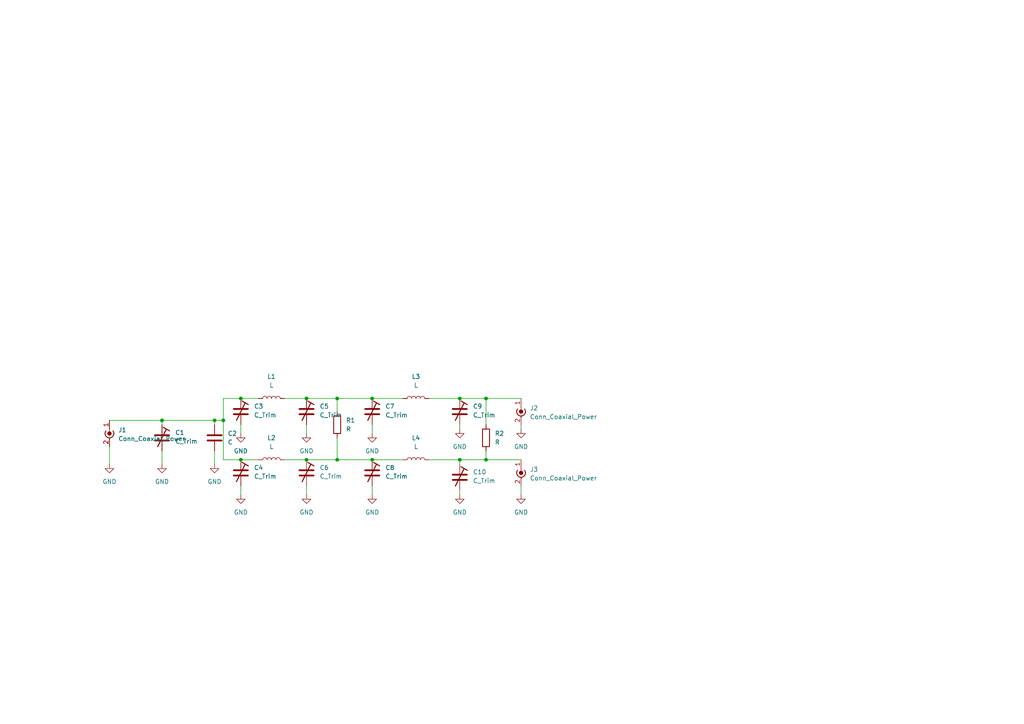
<source format=kicad_sch>
(kicad_sch (version 20211123) (generator eeschema)

  (uuid e63e39d7-6ac0-4ffd-8aa3-1841a4541b55)

  (paper "A4")

  (lib_symbols
    (symbol "Connector:Conn_Coaxial_Power" (pin_names (offset 1.016) hide) (in_bom yes) (on_board yes)
      (property "Reference" "J" (id 0) (at -5.08 -1.27 90)
        (effects (font (size 1.27 1.27)))
      )
      (property "Value" "Conn_Coaxial_Power" (id 1) (at -3.175 -1.27 90)
        (effects (font (size 1.27 1.27)))
      )
      (property "Footprint" "" (id 2) (at 0 -1.27 0)
        (effects (font (size 1.27 1.27)) hide)
      )
      (property "Datasheet" "~" (id 3) (at 0 -1.27 0)
        (effects (font (size 1.27 1.27)) hide)
      )
      (property "ki_keywords" "BNC SMA SMB SMC LEMO coaxial connector CINCH RCA" (id 4) (at 0 0 0)
        (effects (font (size 1.27 1.27)) hide)
      )
      (property "ki_description" "coaxial connector (BNC, SMA, SMB, SMC, Cinch/RCA, LEMO, ...)" (id 5) (at 0 0 0)
        (effects (font (size 1.27 1.27)) hide)
      )
      (property "ki_fp_filters" "*BNC* *SMA* *SMB* *SMC* *Cinch* *LEMO*" (id 6) (at 0 0 0)
        (effects (font (size 1.27 1.27)) hide)
      )
      (symbol "Conn_Coaxial_Power_0_1"
        (arc (start -1.27 -1.27) (mid 0 -2.54) (end 1.27 -1.27)
          (stroke (width 0.254) (type default) (color 0 0 0 0))
          (fill (type none))
        )
        (arc (start -1.016 -0.508) (mid -1.2048 -0.8684) (end -1.27 -1.27)
          (stroke (width 0.254) (type default) (color 0 0 0 0))
          (fill (type none))
        )
        (circle (center 0 -1.27) (radius 0.508)
          (stroke (width 0.2032) (type default) (color 0 0 0 0))
          (fill (type outline))
        )
        (polyline
          (pts
            (xy 0 -2.54)
            (xy 0 -3.048)
          )
          (stroke (width 0) (type default) (color 0 0 0 0))
          (fill (type none))
        )
        (polyline
          (pts
            (xy 0 0)
            (xy 0 -1.27)
          )
          (stroke (width 0) (type default) (color 0 0 0 0))
          (fill (type none))
        )
        (arc (start 1.27 -1.27) (mid 1.2048 -0.8684) (end 1.016 -0.508)
          (stroke (width 0.254) (type default) (color 0 0 0 0))
          (fill (type none))
        )
      )
      (symbol "Conn_Coaxial_Power_1_1"
        (pin passive line (at 0 2.54 270) (length 2.54)
          (name "In" (effects (font (size 1.27 1.27))))
          (number "1" (effects (font (size 1.27 1.27))))
        )
        (pin passive line (at 0 -5.08 90) (length 2.54)
          (name "Ext" (effects (font (size 1.27 1.27))))
          (number "2" (effects (font (size 1.27 1.27))))
        )
      )
    )
    (symbol "Device:C" (pin_numbers hide) (pin_names (offset 0.254)) (in_bom yes) (on_board yes)
      (property "Reference" "C" (id 0) (at 0.635 2.54 0)
        (effects (font (size 1.27 1.27)) (justify left))
      )
      (property "Value" "C" (id 1) (at 0.635 -2.54 0)
        (effects (font (size 1.27 1.27)) (justify left))
      )
      (property "Footprint" "" (id 2) (at 0.9652 -3.81 0)
        (effects (font (size 1.27 1.27)) hide)
      )
      (property "Datasheet" "~" (id 3) (at 0 0 0)
        (effects (font (size 1.27 1.27)) hide)
      )
      (property "ki_keywords" "cap capacitor" (id 4) (at 0 0 0)
        (effects (font (size 1.27 1.27)) hide)
      )
      (property "ki_description" "Unpolarized capacitor" (id 5) (at 0 0 0)
        (effects (font (size 1.27 1.27)) hide)
      )
      (property "ki_fp_filters" "C_*" (id 6) (at 0 0 0)
        (effects (font (size 1.27 1.27)) hide)
      )
      (symbol "C_0_1"
        (polyline
          (pts
            (xy -2.032 -0.762)
            (xy 2.032 -0.762)
          )
          (stroke (width 0.508) (type default) (color 0 0 0 0))
          (fill (type none))
        )
        (polyline
          (pts
            (xy -2.032 0.762)
            (xy 2.032 0.762)
          )
          (stroke (width 0.508) (type default) (color 0 0 0 0))
          (fill (type none))
        )
      )
      (symbol "C_1_1"
        (pin passive line (at 0 3.81 270) (length 2.794)
          (name "~" (effects (font (size 1.27 1.27))))
          (number "1" (effects (font (size 1.27 1.27))))
        )
        (pin passive line (at 0 -3.81 90) (length 2.794)
          (name "~" (effects (font (size 1.27 1.27))))
          (number "2" (effects (font (size 1.27 1.27))))
        )
      )
    )
    (symbol "Device:C_Trim" (pin_numbers hide) (pin_names (offset 0.254) hide) (in_bom yes) (on_board yes)
      (property "Reference" "C" (id 0) (at 1.524 -2.032 0)
        (effects (font (size 1.27 1.27)))
      )
      (property "Value" "C_Trim" (id 1) (at 3.048 -3.556 0)
        (effects (font (size 1.27 1.27)))
      )
      (property "Footprint" "" (id 2) (at 0 0 0)
        (effects (font (size 1.27 1.27)) hide)
      )
      (property "Datasheet" "~" (id 3) (at 0 0 0)
        (effects (font (size 1.27 1.27)) hide)
      )
      (property "ki_keywords" "trimmer variable capacitor" (id 4) (at 0 0 0)
        (effects (font (size 1.27 1.27)) hide)
      )
      (property "ki_description" "Trimmable capacitor" (id 5) (at 0 0 0)
        (effects (font (size 1.27 1.27)) hide)
      )
      (symbol "C_Trim_0_1"
        (polyline
          (pts
            (xy -2.032 -0.762)
            (xy 2.032 -0.762)
          )
          (stroke (width 0.508) (type default) (color 0 0 0 0))
          (fill (type none))
        )
        (polyline
          (pts
            (xy -2.032 0.762)
            (xy 2.032 0.762)
          )
          (stroke (width 0.508) (type default) (color 0 0 0 0))
          (fill (type none))
        )
        (polyline
          (pts
            (xy 1.27 2.54)
            (xy -1.27 -2.54)
          )
          (stroke (width 0.3048) (type default) (color 0 0 0 0))
          (fill (type none))
        )
        (polyline
          (pts
            (xy 1.27 2.54)
            (xy 0.381 3.048)
          )
          (stroke (width 0.3048) (type default) (color 0 0 0 0))
          (fill (type none))
        )
        (polyline
          (pts
            (xy 1.27 2.54)
            (xy 2.159 2.032)
          )
          (stroke (width 0.3048) (type default) (color 0 0 0 0))
          (fill (type none))
        )
      )
      (symbol "C_Trim_1_1"
        (pin passive line (at 0 3.81 270) (length 3.048)
          (name "~" (effects (font (size 1.27 1.27))))
          (number "1" (effects (font (size 1.27 1.27))))
        )
        (pin passive line (at 0 -3.81 90) (length 3.048)
          (name "~" (effects (font (size 1.27 1.27))))
          (number "2" (effects (font (size 1.27 1.27))))
        )
      )
    )
    (symbol "Device:L" (pin_numbers hide) (pin_names (offset 1.016) hide) (in_bom yes) (on_board yes)
      (property "Reference" "L" (id 0) (at -1.27 0 90)
        (effects (font (size 1.27 1.27)))
      )
      (property "Value" "L" (id 1) (at 1.905 0 90)
        (effects (font (size 1.27 1.27)))
      )
      (property "Footprint" "" (id 2) (at 0 0 0)
        (effects (font (size 1.27 1.27)) hide)
      )
      (property "Datasheet" "~" (id 3) (at 0 0 0)
        (effects (font (size 1.27 1.27)) hide)
      )
      (property "ki_keywords" "inductor choke coil reactor magnetic" (id 4) (at 0 0 0)
        (effects (font (size 1.27 1.27)) hide)
      )
      (property "ki_description" "Inductor" (id 5) (at 0 0 0)
        (effects (font (size 1.27 1.27)) hide)
      )
      (property "ki_fp_filters" "Choke_* *Coil* Inductor_* L_*" (id 6) (at 0 0 0)
        (effects (font (size 1.27 1.27)) hide)
      )
      (symbol "L_0_1"
        (arc (start 0 -2.54) (mid 0.635 -1.905) (end 0 -1.27)
          (stroke (width 0) (type default) (color 0 0 0 0))
          (fill (type none))
        )
        (arc (start 0 -1.27) (mid 0.635 -0.635) (end 0 0)
          (stroke (width 0) (type default) (color 0 0 0 0))
          (fill (type none))
        )
        (arc (start 0 0) (mid 0.635 0.635) (end 0 1.27)
          (stroke (width 0) (type default) (color 0 0 0 0))
          (fill (type none))
        )
        (arc (start 0 1.27) (mid 0.635 1.905) (end 0 2.54)
          (stroke (width 0) (type default) (color 0 0 0 0))
          (fill (type none))
        )
      )
      (symbol "L_1_1"
        (pin passive line (at 0 3.81 270) (length 1.27)
          (name "1" (effects (font (size 1.27 1.27))))
          (number "1" (effects (font (size 1.27 1.27))))
        )
        (pin passive line (at 0 -3.81 90) (length 1.27)
          (name "2" (effects (font (size 1.27 1.27))))
          (number "2" (effects (font (size 1.27 1.27))))
        )
      )
    )
    (symbol "Device:R" (pin_numbers hide) (pin_names (offset 0)) (in_bom yes) (on_board yes)
      (property "Reference" "R" (id 0) (at 2.032 0 90)
        (effects (font (size 1.27 1.27)))
      )
      (property "Value" "R" (id 1) (at 0 0 90)
        (effects (font (size 1.27 1.27)))
      )
      (property "Footprint" "" (id 2) (at -1.778 0 90)
        (effects (font (size 1.27 1.27)) hide)
      )
      (property "Datasheet" "~" (id 3) (at 0 0 0)
        (effects (font (size 1.27 1.27)) hide)
      )
      (property "ki_keywords" "R res resistor" (id 4) (at 0 0 0)
        (effects (font (size 1.27 1.27)) hide)
      )
      (property "ki_description" "Resistor" (id 5) (at 0 0 0)
        (effects (font (size 1.27 1.27)) hide)
      )
      (property "ki_fp_filters" "R_*" (id 6) (at 0 0 0)
        (effects (font (size 1.27 1.27)) hide)
      )
      (symbol "R_0_1"
        (rectangle (start -1.016 -2.54) (end 1.016 2.54)
          (stroke (width 0.254) (type default) (color 0 0 0 0))
          (fill (type none))
        )
      )
      (symbol "R_1_1"
        (pin passive line (at 0 3.81 270) (length 1.27)
          (name "~" (effects (font (size 1.27 1.27))))
          (number "1" (effects (font (size 1.27 1.27))))
        )
        (pin passive line (at 0 -3.81 90) (length 1.27)
          (name "~" (effects (font (size 1.27 1.27))))
          (number "2" (effects (font (size 1.27 1.27))))
        )
      )
    )
    (symbol "power:GND" (power) (pin_names (offset 0)) (in_bom yes) (on_board yes)
      (property "Reference" "#PWR" (id 0) (at 0 -6.35 0)
        (effects (font (size 1.27 1.27)) hide)
      )
      (property "Value" "GND" (id 1) (at 0 -3.81 0)
        (effects (font (size 1.27 1.27)))
      )
      (property "Footprint" "" (id 2) (at 0 0 0)
        (effects (font (size 1.27 1.27)) hide)
      )
      (property "Datasheet" "" (id 3) (at 0 0 0)
        (effects (font (size 1.27 1.27)) hide)
      )
      (property "ki_keywords" "power-flag" (id 4) (at 0 0 0)
        (effects (font (size 1.27 1.27)) hide)
      )
      (property "ki_description" "Power symbol creates a global label with name \"GND\" , ground" (id 5) (at 0 0 0)
        (effects (font (size 1.27 1.27)) hide)
      )
      (symbol "GND_0_1"
        (polyline
          (pts
            (xy 0 0)
            (xy 0 -1.27)
            (xy 1.27 -1.27)
            (xy 0 -2.54)
            (xy -1.27 -1.27)
            (xy 0 -1.27)
          )
          (stroke (width 0) (type default) (color 0 0 0 0))
          (fill (type none))
        )
      )
      (symbol "GND_1_1"
        (pin power_in line (at 0 0 270) (length 0) hide
          (name "GND" (effects (font (size 1.27 1.27))))
          (number "1" (effects (font (size 1.27 1.27))))
        )
      )
    )
  )

  (junction (at 140.97 133.35) (diameter 0) (color 0 0 0 0)
    (uuid 043bc078-0fcc-45bc-a9d8-52de29afb8ca)
  )
  (junction (at 88.9 133.35) (diameter 0) (color 0 0 0 0)
    (uuid 32e7065a-91f9-46fd-8ef1-738fb994429d)
  )
  (junction (at 88.9 115.57) (diameter 0) (color 0 0 0 0)
    (uuid 432d960b-6637-4fd0-91fa-3db7aaaf03ce)
  )
  (junction (at 107.95 115.57) (diameter 0) (color 0 0 0 0)
    (uuid 4e611060-ecb5-4394-9934-8e651f81f5e1)
  )
  (junction (at 133.35 133.35) (diameter 0) (color 0 0 0 0)
    (uuid 56724f26-f4cf-464b-9143-b77def88250c)
  )
  (junction (at 46.99 121.92) (diameter 0) (color 0 0 0 0)
    (uuid 5a2b9a80-1981-43aa-8a62-c78972ed8ccc)
  )
  (junction (at 133.35 115.57) (diameter 0) (color 0 0 0 0)
    (uuid 61b56c77-c22c-4c88-b331-75db4a05fcae)
  )
  (junction (at 62.23 121.92) (diameter 0) (color 0 0 0 0)
    (uuid 89b3a4ca-5d11-4d82-b97d-60db7fb44857)
  )
  (junction (at 97.79 115.57) (diameter 0) (color 0 0 0 0)
    (uuid 8e3f073f-af7a-488c-bd9a-5d0c797679fa)
  )
  (junction (at 97.79 133.35) (diameter 0) (color 0 0 0 0)
    (uuid 983cce2b-4738-4303-b889-d3da643a430a)
  )
  (junction (at 140.97 115.57) (diameter 0) (color 0 0 0 0)
    (uuid c659e911-5621-4977-a5ff-25a0bc39cffe)
  )
  (junction (at 69.85 133.35) (diameter 0) (color 0 0 0 0)
    (uuid cd8db4d3-d461-417e-a8b2-2a80d431bf2c)
  )
  (junction (at 69.85 115.57) (diameter 0) (color 0 0 0 0)
    (uuid dfca666c-1b5d-4937-a3b2-94a3f6bca998)
  )
  (junction (at 64.77 121.92) (diameter 0) (color 0 0 0 0)
    (uuid e58e2829-a416-43eb-849c-6992cd49204e)
  )
  (junction (at 107.95 133.35) (diameter 0) (color 0 0 0 0)
    (uuid f22f35f5-eb6a-4e8b-8599-74eab1bad92a)
  )

  (wire (pts (xy 46.99 121.92) (xy 46.99 123.19))
    (stroke (width 0) (type default) (color 0 0 0 0))
    (uuid 009d4c5e-f5cd-4e8b-afc7-cd27ba3152c7)
  )
  (wire (pts (xy 62.23 130.81) (xy 62.23 134.62))
    (stroke (width 0) (type default) (color 0 0 0 0))
    (uuid 0a2b1ea6-3602-4602-af58-8074d4332f43)
  )
  (wire (pts (xy 124.46 115.57) (xy 133.35 115.57))
    (stroke (width 0) (type default) (color 0 0 0 0))
    (uuid 0a70bd0b-36c5-4375-bf1e-bbb10c87148e)
  )
  (wire (pts (xy 69.85 115.57) (xy 74.93 115.57))
    (stroke (width 0) (type default) (color 0 0 0 0))
    (uuid 0fda3e0e-18f2-4998-9ee9-e9ae28425d2f)
  )
  (wire (pts (xy 82.55 133.35) (xy 88.9 133.35))
    (stroke (width 0) (type default) (color 0 0 0 0))
    (uuid 121d3f26-18c7-44c5-bc5d-d20cc3d198cf)
  )
  (wire (pts (xy 151.13 123.19) (xy 151.13 124.46))
    (stroke (width 0) (type default) (color 0 0 0 0))
    (uuid 171f3fea-a3a0-425b-ab09-ff10f92abf67)
  )
  (wire (pts (xy 88.9 140.97) (xy 88.9 143.51))
    (stroke (width 0) (type default) (color 0 0 0 0))
    (uuid 24e2a7c6-04d5-4826-b10f-898baad7cabc)
  )
  (wire (pts (xy 107.95 133.35) (xy 116.84 133.35))
    (stroke (width 0) (type default) (color 0 0 0 0))
    (uuid 26902e75-47c6-4b77-86f1-6de970807284)
  )
  (wire (pts (xy 151.13 140.97) (xy 151.13 143.51))
    (stroke (width 0) (type default) (color 0 0 0 0))
    (uuid 27aa3e02-693f-43bf-bb84-bcaf5fda968a)
  )
  (wire (pts (xy 64.77 121.92) (xy 64.77 115.57))
    (stroke (width 0) (type default) (color 0 0 0 0))
    (uuid 325cf2a4-77b2-46b4-a4a2-ceda54060c78)
  )
  (wire (pts (xy 133.35 123.19) (xy 133.35 124.46))
    (stroke (width 0) (type default) (color 0 0 0 0))
    (uuid 366a1d57-51eb-4e89-a47c-3b84d5fe54e4)
  )
  (wire (pts (xy 31.75 121.92) (xy 46.99 121.92))
    (stroke (width 0) (type default) (color 0 0 0 0))
    (uuid 48561b8f-af53-4010-812e-90651d9f570c)
  )
  (wire (pts (xy 97.79 133.35) (xy 97.79 127))
    (stroke (width 0) (type default) (color 0 0 0 0))
    (uuid 4b4e0bec-3400-436b-b221-8bfef3b8107d)
  )
  (wire (pts (xy 97.79 115.57) (xy 97.79 119.38))
    (stroke (width 0) (type default) (color 0 0 0 0))
    (uuid 4e810672-5695-4692-b44a-a831bcd0d5aa)
  )
  (wire (pts (xy 64.77 133.35) (xy 69.85 133.35))
    (stroke (width 0) (type default) (color 0 0 0 0))
    (uuid 4fcde239-ce13-458e-ba77-64e46beec488)
  )
  (wire (pts (xy 69.85 140.97) (xy 69.85 143.51))
    (stroke (width 0) (type default) (color 0 0 0 0))
    (uuid 59a5f493-4fae-473d-b4ce-406a27d09ede)
  )
  (wire (pts (xy 133.35 142.24) (xy 133.35 143.51))
    (stroke (width 0) (type default) (color 0 0 0 0))
    (uuid 5ac67806-5f70-4e48-9feb-3092eac1404d)
  )
  (wire (pts (xy 46.99 130.81) (xy 46.99 134.62))
    (stroke (width 0) (type default) (color 0 0 0 0))
    (uuid 638b2ac1-9750-45e3-8514-9ed226781c05)
  )
  (wire (pts (xy 140.97 130.81) (xy 140.97 133.35))
    (stroke (width 0) (type default) (color 0 0 0 0))
    (uuid 673cfeae-8994-4367-8c20-12cd788ad443)
  )
  (wire (pts (xy 107.95 123.19) (xy 107.95 125.73))
    (stroke (width 0) (type default) (color 0 0 0 0))
    (uuid 6dbb7a7c-0c96-4d7d-afec-f7d93e77e728)
  )
  (wire (pts (xy 140.97 115.57) (xy 151.13 115.57))
    (stroke (width 0) (type default) (color 0 0 0 0))
    (uuid 713b97ca-d28e-4753-9b1b-60a18dd22cd6)
  )
  (wire (pts (xy 140.97 133.35) (xy 151.13 133.35))
    (stroke (width 0) (type default) (color 0 0 0 0))
    (uuid 781ddbdf-6875-4c17-8ca9-17309aec1213)
  )
  (wire (pts (xy 88.9 115.57) (xy 97.79 115.57))
    (stroke (width 0) (type default) (color 0 0 0 0))
    (uuid 7ab95859-ffa3-4d44-a4c0-7ecfe8cda1e4)
  )
  (wire (pts (xy 107.95 140.97) (xy 107.95 143.51))
    (stroke (width 0) (type default) (color 0 0 0 0))
    (uuid 7ae751d1-c08f-418a-9f51-1f7a113cfc58)
  )
  (wire (pts (xy 31.75 129.54) (xy 31.75 134.62))
    (stroke (width 0) (type default) (color 0 0 0 0))
    (uuid 7d1a0c63-81b5-447e-940d-a2a52629b5db)
  )
  (wire (pts (xy 64.77 121.92) (xy 64.77 133.35))
    (stroke (width 0) (type default) (color 0 0 0 0))
    (uuid 84d53a31-60b9-45b0-810f-f584c3df8e91)
  )
  (wire (pts (xy 88.9 123.19) (xy 88.9 125.73))
    (stroke (width 0) (type default) (color 0 0 0 0))
    (uuid 916d0db0-cf8b-4ce1-998d-347122b67f96)
  )
  (wire (pts (xy 97.79 133.35) (xy 107.95 133.35))
    (stroke (width 0) (type default) (color 0 0 0 0))
    (uuid 9cc834b5-0d20-4eb2-8241-354ca4a5adfc)
  )
  (wire (pts (xy 107.95 115.57) (xy 116.84 115.57))
    (stroke (width 0) (type default) (color 0 0 0 0))
    (uuid a16aab3b-c025-4504-9825-9051b2617b2c)
  )
  (wire (pts (xy 82.55 115.57) (xy 88.9 115.57))
    (stroke (width 0) (type default) (color 0 0 0 0))
    (uuid a7fa668c-e23c-46ab-a619-decf446802c9)
  )
  (wire (pts (xy 97.79 115.57) (xy 107.95 115.57))
    (stroke (width 0) (type default) (color 0 0 0 0))
    (uuid a976ca0e-0425-422a-8966-6555765e1ef4)
  )
  (wire (pts (xy 46.99 121.92) (xy 62.23 121.92))
    (stroke (width 0) (type default) (color 0 0 0 0))
    (uuid b082c799-204a-4d88-9d29-5bf8772e9334)
  )
  (wire (pts (xy 140.97 115.57) (xy 140.97 123.19))
    (stroke (width 0) (type default) (color 0 0 0 0))
    (uuid b1044d18-15d1-4212-bf78-40aaaaf40203)
  )
  (wire (pts (xy 64.77 115.57) (xy 69.85 115.57))
    (stroke (width 0) (type default) (color 0 0 0 0))
    (uuid b2520536-ec63-4251-a595-46c4c9812cba)
  )
  (wire (pts (xy 88.9 133.35) (xy 97.79 133.35))
    (stroke (width 0) (type default) (color 0 0 0 0))
    (uuid c1c71016-2454-4692-9956-267caf849550)
  )
  (wire (pts (xy 133.35 133.35) (xy 140.97 133.35))
    (stroke (width 0) (type default) (color 0 0 0 0))
    (uuid c6de6f2b-16ad-465a-82cc-f8f77ccee6ba)
  )
  (wire (pts (xy 133.35 115.57) (xy 140.97 115.57))
    (stroke (width 0) (type default) (color 0 0 0 0))
    (uuid d2f1fac6-4b3d-4322-b9e2-ffeebef11f09)
  )
  (wire (pts (xy 69.85 133.35) (xy 74.93 133.35))
    (stroke (width 0) (type default) (color 0 0 0 0))
    (uuid d3c3aa9d-84b4-487b-97f9-7649fada60b6)
  )
  (wire (pts (xy 133.35 133.35) (xy 133.35 134.62))
    (stroke (width 0) (type default) (color 0 0 0 0))
    (uuid d6046cae-5cd4-42df-a1e7-607c5ce7cc53)
  )
  (wire (pts (xy 62.23 121.92) (xy 62.23 123.19))
    (stroke (width 0) (type default) (color 0 0 0 0))
    (uuid de12e572-109d-4ada-8aaa-94756accf1e8)
  )
  (wire (pts (xy 124.46 133.35) (xy 133.35 133.35))
    (stroke (width 0) (type default) (color 0 0 0 0))
    (uuid de6f4a8a-f22a-48a5-9c0e-6945ac698a6c)
  )
  (wire (pts (xy 62.23 121.92) (xy 64.77 121.92))
    (stroke (width 0) (type default) (color 0 0 0 0))
    (uuid e75ada94-c3da-4d91-a6a5-cc73686664b5)
  )
  (wire (pts (xy 69.85 123.19) (xy 69.85 125.73))
    (stroke (width 0) (type default) (color 0 0 0 0))
    (uuid eae702f2-a3a5-4192-aff1-872732583904)
  )

  (symbol (lib_id "Device:L") (at 120.65 115.57 90) (unit 1)
    (in_bom yes) (on_board yes) (fields_autoplaced)
    (uuid 03211a11-3d36-4d74-95e1-74654f00e13b)
    (property "Reference" "L3" (id 0) (at 120.65 109.22 90))
    (property "Value" "L" (id 1) (at 120.65 111.76 90))
    (property "Footprint" "" (id 2) (at 120.65 115.57 0)
      (effects (font (size 1.27 1.27)) hide)
    )
    (property "Datasheet" "~" (id 3) (at 120.65 115.57 0)
      (effects (font (size 1.27 1.27)) hide)
    )
    (pin "1" (uuid 029257a5-fe0c-4e25-be19-a902495f5d25))
    (pin "2" (uuid ed9efe40-d3e3-4f43-a29b-f42692832cae))
  )

  (symbol (lib_id "Device:C") (at 62.23 127 0) (unit 1)
    (in_bom yes) (on_board yes) (fields_autoplaced)
    (uuid 07756cb7-21df-421d-ad3f-fe92ab64ed3b)
    (property "Reference" "C2" (id 0) (at 66.04 125.7299 0)
      (effects (font (size 1.27 1.27)) (justify left))
    )
    (property "Value" "" (id 1) (at 66.04 128.2699 0)
      (effects (font (size 1.27 1.27)) (justify left))
    )
    (property "Footprint" "" (id 2) (at 63.1952 130.81 0)
      (effects (font (size 1.27 1.27)) hide)
    )
    (property "Datasheet" "~" (id 3) (at 62.23 127 0)
      (effects (font (size 1.27 1.27)) hide)
    )
    (pin "1" (uuid 70645270-a353-43c4-be7f-6de4c43aab8b))
    (pin "2" (uuid 633327ee-5c92-4cdd-8991-349aa39eaddb))
  )

  (symbol (lib_id "Connector:Conn_Coaxial_Power") (at 31.75 124.46 0) (unit 1)
    (in_bom yes) (on_board yes) (fields_autoplaced)
    (uuid 22354d74-fedf-47b9-bba4-e231f6d5419b)
    (property "Reference" "J1" (id 0) (at 34.29 124.7139 0)
      (effects (font (size 1.27 1.27)) (justify left))
    )
    (property "Value" "" (id 1) (at 34.29 127.2539 0)
      (effects (font (size 1.27 1.27)) (justify left))
    )
    (property "Footprint" "" (id 2) (at 31.75 125.73 0)
      (effects (font (size 1.27 1.27)) hide)
    )
    (property "Datasheet" "~" (id 3) (at 31.75 125.73 0)
      (effects (font (size 1.27 1.27)) hide)
    )
    (pin "1" (uuid 806a96a0-6c07-4686-8bc4-aaeb857d9f64))
    (pin "2" (uuid f30474b6-939a-4383-a481-47bb6f302406))
  )

  (symbol (lib_id "power:GND") (at 151.13 124.46 0) (unit 1)
    (in_bom yes) (on_board yes) (fields_autoplaced)
    (uuid 2a63cdca-685f-44f5-8f7f-105cac8590ff)
    (property "Reference" "#PWR0102" (id 0) (at 151.13 130.81 0)
      (effects (font (size 1.27 1.27)) hide)
    )
    (property "Value" "GND" (id 1) (at 151.13 129.54 0))
    (property "Footprint" "" (id 2) (at 151.13 124.46 0)
      (effects (font (size 1.27 1.27)) hide)
    )
    (property "Datasheet" "" (id 3) (at 151.13 124.46 0)
      (effects (font (size 1.27 1.27)) hide)
    )
    (pin "1" (uuid b51bef67-1476-4279-af49-4299dc94fb77))
  )

  (symbol (lib_id "Device:R") (at 97.79 123.19 0) (unit 1)
    (in_bom yes) (on_board yes) (fields_autoplaced)
    (uuid 2ecef960-da4c-42cf-a72e-4a7cf3691990)
    (property "Reference" "R1" (id 0) (at 100.33 121.9199 0)
      (effects (font (size 1.27 1.27)) (justify left))
    )
    (property "Value" "" (id 1) (at 100.33 124.4599 0)
      (effects (font (size 1.27 1.27)) (justify left))
    )
    (property "Footprint" "" (id 2) (at 96.012 123.19 90)
      (effects (font (size 1.27 1.27)) hide)
    )
    (property "Datasheet" "~" (id 3) (at 97.79 123.19 0)
      (effects (font (size 1.27 1.27)) hide)
    )
    (pin "1" (uuid c03e62c1-05c2-4b1e-9966-090335bf09ba))
    (pin "2" (uuid 42589805-d870-4e5e-a7a4-a45895232563))
  )

  (symbol (lib_id "Device:L") (at 78.74 115.57 90) (unit 1)
    (in_bom yes) (on_board yes) (fields_autoplaced)
    (uuid 32a267be-7d09-4fc0-92b3-879ef08c2c00)
    (property "Reference" "L1" (id 0) (at 78.74 109.22 90))
    (property "Value" "" (id 1) (at 78.74 111.76 90))
    (property "Footprint" "" (id 2) (at 78.74 115.57 0)
      (effects (font (size 1.27 1.27)) hide)
    )
    (property "Datasheet" "~" (id 3) (at 78.74 115.57 0)
      (effects (font (size 1.27 1.27)) hide)
    )
    (pin "1" (uuid 546a90c2-0bff-46d3-8a2d-b116f051573d))
    (pin "2" (uuid 503ec6ae-e212-420c-8080-bbe801b6bc49))
  )

  (symbol (lib_id "power:GND") (at 69.85 143.51 0) (unit 1)
    (in_bom yes) (on_board yes) (fields_autoplaced)
    (uuid 4872709a-adaf-44ad-88a0-a1c5401f9851)
    (property "Reference" "#PWR04" (id 0) (at 69.85 149.86 0)
      (effects (font (size 1.27 1.27)) hide)
    )
    (property "Value" "GND" (id 1) (at 69.85 148.59 0))
    (property "Footprint" "" (id 2) (at 69.85 143.51 0)
      (effects (font (size 1.27 1.27)) hide)
    )
    (property "Datasheet" "" (id 3) (at 69.85 143.51 0)
      (effects (font (size 1.27 1.27)) hide)
    )
    (pin "1" (uuid 6f82be5e-9f3e-4419-8f39-1d9da449e655))
  )

  (symbol (lib_id "Device:C_Trim") (at 88.9 137.16 0) (unit 1)
    (in_bom yes) (on_board yes) (fields_autoplaced)
    (uuid 4ef7ac11-d4ed-4ace-be37-e21d7f63f921)
    (property "Reference" "C6" (id 0) (at 92.71 135.6359 0)
      (effects (font (size 1.27 1.27)) (justify left))
    )
    (property "Value" "C_Trim" (id 1) (at 92.71 138.1759 0)
      (effects (font (size 1.27 1.27)) (justify left))
    )
    (property "Footprint" "Capacitor_SMD:C_Trimmer_Sprague-Goodman_SGC3" (id 2) (at 88.9 137.16 0)
      (effects (font (size 1.27 1.27)) hide)
    )
    (property "Datasheet" "~" (id 3) (at 88.9 137.16 0)
      (effects (font (size 1.27 1.27)) hide)
    )
    (pin "1" (uuid cc5f3f92-ce6e-4652-b264-ed558bbf2923))
    (pin "2" (uuid a382fb6b-9946-4a34-be6e-fe5afc7b4718))
  )

  (symbol (lib_id "Device:L") (at 78.74 133.35 90) (unit 1)
    (in_bom yes) (on_board yes) (fields_autoplaced)
    (uuid 67e74fc8-5c9f-4b99-af70-ff2f67e48256)
    (property "Reference" "L2" (id 0) (at 78.74 127 90))
    (property "Value" "" (id 1) (at 78.74 129.54 90))
    (property "Footprint" "" (id 2) (at 78.74 133.35 0)
      (effects (font (size 1.27 1.27)) hide)
    )
    (property "Datasheet" "~" (id 3) (at 78.74 133.35 0)
      (effects (font (size 1.27 1.27)) hide)
    )
    (pin "1" (uuid 11cdec55-435f-4b7f-805a-bee9ab2b00ee))
    (pin "2" (uuid ef535116-2a8d-4f09-9e81-6f8d70d5ba44))
  )

  (symbol (lib_id "power:GND") (at 69.85 125.73 0) (unit 1)
    (in_bom yes) (on_board yes) (fields_autoplaced)
    (uuid 69e88ec0-0bf0-43c7-807f-e6ef251571a1)
    (property "Reference" "#PWR03" (id 0) (at 69.85 132.08 0)
      (effects (font (size 1.27 1.27)) hide)
    )
    (property "Value" "GND" (id 1) (at 69.85 130.81 0))
    (property "Footprint" "" (id 2) (at 69.85 125.73 0)
      (effects (font (size 1.27 1.27)) hide)
    )
    (property "Datasheet" "" (id 3) (at 69.85 125.73 0)
      (effects (font (size 1.27 1.27)) hide)
    )
    (pin "1" (uuid 34d978f7-bd39-4245-9b4a-e60da2ac6199))
  )

  (symbol (lib_id "Connector:Conn_Coaxial_Power") (at 151.13 118.11 0) (unit 1)
    (in_bom yes) (on_board yes) (fields_autoplaced)
    (uuid 6e7b8011-b382-4b55-9310-c3ca6dff9985)
    (property "Reference" "J2" (id 0) (at 153.67 118.3639 0)
      (effects (font (size 1.27 1.27)) (justify left))
    )
    (property "Value" "Conn_Coaxial_Power" (id 1) (at 153.67 120.9039 0)
      (effects (font (size 1.27 1.27)) (justify left))
    )
    (property "Footprint" "" (id 2) (at 151.13 119.38 0)
      (effects (font (size 1.27 1.27)) hide)
    )
    (property "Datasheet" "~" (id 3) (at 151.13 119.38 0)
      (effects (font (size 1.27 1.27)) hide)
    )
    (pin "1" (uuid df98a1e7-5964-4e42-9023-606afcf7e6c1))
    (pin "2" (uuid 0442313e-e355-4045-a5df-7c6bdccff3e1))
  )

  (symbol (lib_id "power:GND") (at 133.35 143.51 0) (unit 1)
    (in_bom yes) (on_board yes) (fields_autoplaced)
    (uuid 75ae2783-3198-4f8d-9057-5e2819e15a3b)
    (property "Reference" "#PWR010" (id 0) (at 133.35 149.86 0)
      (effects (font (size 1.27 1.27)) hide)
    )
    (property "Value" "GND" (id 1) (at 133.35 148.59 0))
    (property "Footprint" "" (id 2) (at 133.35 143.51 0)
      (effects (font (size 1.27 1.27)) hide)
    )
    (property "Datasheet" "" (id 3) (at 133.35 143.51 0)
      (effects (font (size 1.27 1.27)) hide)
    )
    (pin "1" (uuid 24d40aee-e5c3-4d24-b238-c3675fa8f2f9))
  )

  (symbol (lib_id "Device:C_Trim") (at 69.85 137.16 0) (unit 1)
    (in_bom yes) (on_board yes) (fields_autoplaced)
    (uuid 77e4ff34-a7d2-4e07-97b2-8c6f359d333d)
    (property "Reference" "C4" (id 0) (at 73.66 135.6359 0)
      (effects (font (size 1.27 1.27)) (justify left))
    )
    (property "Value" "C_Trim" (id 1) (at 73.66 138.1759 0)
      (effects (font (size 1.27 1.27)) (justify left))
    )
    (property "Footprint" "Capacitor_SMD:C_Trimmer_Sprague-Goodman_SGC3" (id 2) (at 69.85 137.16 0)
      (effects (font (size 1.27 1.27)) hide)
    )
    (property "Datasheet" "~" (id 3) (at 69.85 137.16 0)
      (effects (font (size 1.27 1.27)) hide)
    )
    (pin "1" (uuid 7ed00350-26c2-465b-b6b1-24773263bd31))
    (pin "2" (uuid 5b2dcb54-03fe-4563-92da-b895ace3f0ea))
  )

  (symbol (lib_id "power:GND") (at 31.75 134.62 0) (unit 1)
    (in_bom yes) (on_board yes) (fields_autoplaced)
    (uuid 80a357b5-7171-483e-a4f2-38c8e8a155d7)
    (property "Reference" "#PWR0101" (id 0) (at 31.75 140.97 0)
      (effects (font (size 1.27 1.27)) hide)
    )
    (property "Value" "GND" (id 1) (at 31.75 139.7 0))
    (property "Footprint" "" (id 2) (at 31.75 134.62 0)
      (effects (font (size 1.27 1.27)) hide)
    )
    (property "Datasheet" "" (id 3) (at 31.75 134.62 0)
      (effects (font (size 1.27 1.27)) hide)
    )
    (pin "1" (uuid d524355a-d9b0-4206-b0af-034d9f4f1db6))
  )

  (symbol (lib_id "Device:C_Trim") (at 133.35 138.43 0) (unit 1)
    (in_bom yes) (on_board yes) (fields_autoplaced)
    (uuid 8d8685ec-d263-4856-8e1c-10772bdd769d)
    (property "Reference" "C10" (id 0) (at 137.16 136.9059 0)
      (effects (font (size 1.27 1.27)) (justify left))
    )
    (property "Value" "C_Trim" (id 1) (at 137.16 139.4459 0)
      (effects (font (size 1.27 1.27)) (justify left))
    )
    (property "Footprint" "Capacitor_SMD:C_Trimmer_Sprague-Goodman_SGC3" (id 2) (at 133.35 138.43 0)
      (effects (font (size 1.27 1.27)) hide)
    )
    (property "Datasheet" "~" (id 3) (at 133.35 138.43 0)
      (effects (font (size 1.27 1.27)) hide)
    )
    (pin "1" (uuid c9c1f79a-67e4-4e2d-8423-0a903bb57943))
    (pin "2" (uuid bf2ef954-851d-43b1-8750-f389200286ca))
  )

  (symbol (lib_id "power:GND") (at 88.9 143.51 0) (unit 1)
    (in_bom yes) (on_board yes) (fields_autoplaced)
    (uuid 9346ab01-883b-463a-9408-88135fe63fb5)
    (property "Reference" "#PWR06" (id 0) (at 88.9 149.86 0)
      (effects (font (size 1.27 1.27)) hide)
    )
    (property "Value" "GND" (id 1) (at 88.9 148.59 0))
    (property "Footprint" "" (id 2) (at 88.9 143.51 0)
      (effects (font (size 1.27 1.27)) hide)
    )
    (property "Datasheet" "" (id 3) (at 88.9 143.51 0)
      (effects (font (size 1.27 1.27)) hide)
    )
    (pin "1" (uuid 27b861fb-0a8a-4d28-95ea-32c9e92731dc))
  )

  (symbol (lib_id "power:GND") (at 46.99 134.62 0) (unit 1)
    (in_bom yes) (on_board yes) (fields_autoplaced)
    (uuid 9ec69376-36ce-4ac6-a4c5-969cfe29bad4)
    (property "Reference" "#PWR01" (id 0) (at 46.99 140.97 0)
      (effects (font (size 1.27 1.27)) hide)
    )
    (property "Value" "" (id 1) (at 46.99 139.7 0))
    (property "Footprint" "" (id 2) (at 46.99 134.62 0)
      (effects (font (size 1.27 1.27)) hide)
    )
    (property "Datasheet" "" (id 3) (at 46.99 134.62 0)
      (effects (font (size 1.27 1.27)) hide)
    )
    (pin "1" (uuid 86ae48e0-4b11-475c-9737-f25e9aa13487))
  )

  (symbol (lib_id "Device:L") (at 120.65 133.35 90) (unit 1)
    (in_bom yes) (on_board yes) (fields_autoplaced)
    (uuid 9fa92332-f3c7-4719-82f5-a337ed385bf0)
    (property "Reference" "L4" (id 0) (at 120.65 127 90))
    (property "Value" "L" (id 1) (at 120.65 129.54 90))
    (property "Footprint" "" (id 2) (at 120.65 133.35 0)
      (effects (font (size 1.27 1.27)) hide)
    )
    (property "Datasheet" "~" (id 3) (at 120.65 133.35 0)
      (effects (font (size 1.27 1.27)) hide)
    )
    (pin "1" (uuid 9a1fc702-bc5d-424e-aa18-98c5907deaa5))
    (pin "2" (uuid b1417780-9b11-4cd1-920c-5a968833a23b))
  )

  (symbol (lib_id "Device:C_Trim") (at 107.95 137.16 0) (unit 1)
    (in_bom yes) (on_board yes) (fields_autoplaced)
    (uuid ab5a732c-3a85-46c0-a849-ce46ede9529d)
    (property "Reference" "C8" (id 0) (at 111.76 135.6359 0)
      (effects (font (size 1.27 1.27)) (justify left))
    )
    (property "Value" "C_Trim" (id 1) (at 111.76 138.1759 0)
      (effects (font (size 1.27 1.27)) (justify left))
    )
    (property "Footprint" "Capacitor_SMD:C_Trimmer_Sprague-Goodman_SGC3" (id 2) (at 107.95 137.16 0)
      (effects (font (size 1.27 1.27)) hide)
    )
    (property "Datasheet" "~" (id 3) (at 107.95 137.16 0)
      (effects (font (size 1.27 1.27)) hide)
    )
    (pin "1" (uuid 33892164-209b-4146-9f63-367830b49dbd))
    (pin "2" (uuid cf5ee48a-155d-4501-bf80-7c179dbcf7be))
  )

  (symbol (lib_id "power:GND") (at 107.95 143.51 0) (unit 1)
    (in_bom yes) (on_board yes) (fields_autoplaced)
    (uuid bc22d8b0-9038-410d-b0a4-ef6584a2010c)
    (property "Reference" "#PWR08" (id 0) (at 107.95 149.86 0)
      (effects (font (size 1.27 1.27)) hide)
    )
    (property "Value" "GND" (id 1) (at 107.95 148.59 0))
    (property "Footprint" "" (id 2) (at 107.95 143.51 0)
      (effects (font (size 1.27 1.27)) hide)
    )
    (property "Datasheet" "" (id 3) (at 107.95 143.51 0)
      (effects (font (size 1.27 1.27)) hide)
    )
    (pin "1" (uuid b1a2bc35-d1ff-405e-9ba5-c7216b154c95))
  )

  (symbol (lib_id "power:GND") (at 107.95 125.73 0) (unit 1)
    (in_bom yes) (on_board yes) (fields_autoplaced)
    (uuid bc60081a-ce1f-4023-bc88-48d06e81e627)
    (property "Reference" "#PWR07" (id 0) (at 107.95 132.08 0)
      (effects (font (size 1.27 1.27)) hide)
    )
    (property "Value" "" (id 1) (at 107.95 130.81 0))
    (property "Footprint" "" (id 2) (at 107.95 125.73 0)
      (effects (font (size 1.27 1.27)) hide)
    )
    (property "Datasheet" "" (id 3) (at 107.95 125.73 0)
      (effects (font (size 1.27 1.27)) hide)
    )
    (pin "1" (uuid 5430f505-2940-4a56-b2f9-e02d4f79087c))
  )

  (symbol (lib_id "Device:C_Trim") (at 107.95 119.38 0) (unit 1)
    (in_bom yes) (on_board yes) (fields_autoplaced)
    (uuid c9b0fec4-41aa-458b-8f1f-4cc7522f9112)
    (property "Reference" "C7" (id 0) (at 111.76 117.8559 0)
      (effects (font (size 1.27 1.27)) (justify left))
    )
    (property "Value" "C_Trim" (id 1) (at 111.76 120.3959 0)
      (effects (font (size 1.27 1.27)) (justify left))
    )
    (property "Footprint" "Capacitor_SMD:C_Trimmer_Sprague-Goodman_SGC3" (id 2) (at 107.95 119.38 0)
      (effects (font (size 1.27 1.27)) hide)
    )
    (property "Datasheet" "~" (id 3) (at 107.95 119.38 0)
      (effects (font (size 1.27 1.27)) hide)
    )
    (pin "1" (uuid 89001eb4-07b7-400a-a300-d352c9682a39))
    (pin "2" (uuid ab9595db-a680-4bad-a72b-55da1a3d5069))
  )

  (symbol (lib_id "power:GND") (at 62.23 134.62 0) (unit 1)
    (in_bom yes) (on_board yes) (fields_autoplaced)
    (uuid cc52642a-62bb-4e30-9fac-e5ae44f32413)
    (property "Reference" "#PWR02" (id 0) (at 62.23 140.97 0)
      (effects (font (size 1.27 1.27)) hide)
    )
    (property "Value" "" (id 1) (at 62.23 139.7 0))
    (property "Footprint" "" (id 2) (at 62.23 134.62 0)
      (effects (font (size 1.27 1.27)) hide)
    )
    (property "Datasheet" "" (id 3) (at 62.23 134.62 0)
      (effects (font (size 1.27 1.27)) hide)
    )
    (pin "1" (uuid efa23eba-2daa-4eaa-a938-a6a302db041e))
  )

  (symbol (lib_id "Device:C_Trim") (at 88.9 119.38 0) (unit 1)
    (in_bom yes) (on_board yes) (fields_autoplaced)
    (uuid d87e0d9c-7e45-4929-94ae-f4aa29a7c8f5)
    (property "Reference" "C5" (id 0) (at 92.71 117.8559 0)
      (effects (font (size 1.27 1.27)) (justify left))
    )
    (property "Value" "C_Trim" (id 1) (at 92.71 120.3959 0)
      (effects (font (size 1.27 1.27)) (justify left))
    )
    (property "Footprint" "Capacitor_SMD:C_Trimmer_Sprague-Goodman_SGC3" (id 2) (at 88.9 119.38 0)
      (effects (font (size 1.27 1.27)) hide)
    )
    (property "Datasheet" "~" (id 3) (at 88.9 119.38 0)
      (effects (font (size 1.27 1.27)) hide)
    )
    (pin "1" (uuid 2868601e-53b8-4a54-8d90-36607f41354e))
    (pin "2" (uuid 1f83fbf1-5931-4027-b044-b976965c608a))
  )

  (symbol (lib_id "Connector:Conn_Coaxial_Power") (at 151.13 135.89 0) (unit 1)
    (in_bom yes) (on_board yes) (fields_autoplaced)
    (uuid de655784-9606-4fe8-bd61-592d098d46e6)
    (property "Reference" "J3" (id 0) (at 153.67 136.1439 0)
      (effects (font (size 1.27 1.27)) (justify left))
    )
    (property "Value" "Conn_Coaxial_Power" (id 1) (at 153.67 138.6839 0)
      (effects (font (size 1.27 1.27)) (justify left))
    )
    (property "Footprint" "" (id 2) (at 151.13 137.16 0)
      (effects (font (size 1.27 1.27)) hide)
    )
    (property "Datasheet" "~" (id 3) (at 151.13 137.16 0)
      (effects (font (size 1.27 1.27)) hide)
    )
    (pin "1" (uuid c696315f-0e22-49cb-8413-8805c99b46fd))
    (pin "2" (uuid f82968ab-b062-4ab1-a490-4176b942ed00))
  )

  (symbol (lib_id "Device:R") (at 140.97 127 0) (unit 1)
    (in_bom yes) (on_board yes) (fields_autoplaced)
    (uuid dfc88681-4717-429f-87dd-0d616fceaee5)
    (property "Reference" "R2" (id 0) (at 143.51 125.7299 0)
      (effects (font (size 1.27 1.27)) (justify left))
    )
    (property "Value" "R" (id 1) (at 143.51 128.2699 0)
      (effects (font (size 1.27 1.27)) (justify left))
    )
    (property "Footprint" "" (id 2) (at 139.192 127 90)
      (effects (font (size 1.27 1.27)) hide)
    )
    (property "Datasheet" "~" (id 3) (at 140.97 127 0)
      (effects (font (size 1.27 1.27)) hide)
    )
    (pin "1" (uuid 3160a04a-360f-40ef-afa0-5b467dafb976))
    (pin "2" (uuid 8f542937-7b94-4bf5-92c6-32746dd430b6))
  )

  (symbol (lib_id "Device:C_Trim") (at 133.35 119.38 0) (unit 1)
    (in_bom yes) (on_board yes) (fields_autoplaced)
    (uuid e5e3dc58-7832-4a1c-8da0-122e7bde3469)
    (property "Reference" "C9" (id 0) (at 137.16 117.8559 0)
      (effects (font (size 1.27 1.27)) (justify left))
    )
    (property "Value" "C_Trim" (id 1) (at 137.16 120.3959 0)
      (effects (font (size 1.27 1.27)) (justify left))
    )
    (property "Footprint" "Capacitor_SMD:C_Trimmer_Sprague-Goodman_SGC3" (id 2) (at 133.35 119.38 0)
      (effects (font (size 1.27 1.27)) hide)
    )
    (property "Datasheet" "~" (id 3) (at 133.35 119.38 0)
      (effects (font (size 1.27 1.27)) hide)
    )
    (pin "1" (uuid a2c368eb-b056-41cb-8f26-73f08b0760ab))
    (pin "2" (uuid df3b74ef-e1da-4479-aa56-4e44cec35ce6))
  )

  (symbol (lib_id "power:GND") (at 133.35 124.46 0) (unit 1)
    (in_bom yes) (on_board yes) (fields_autoplaced)
    (uuid e717c75e-b432-4786-a823-df69f2c2dca6)
    (property "Reference" "#PWR09" (id 0) (at 133.35 130.81 0)
      (effects (font (size 1.27 1.27)) hide)
    )
    (property "Value" "GND" (id 1) (at 133.35 129.54 0))
    (property "Footprint" "" (id 2) (at 133.35 124.46 0)
      (effects (font (size 1.27 1.27)) hide)
    )
    (property "Datasheet" "" (id 3) (at 133.35 124.46 0)
      (effects (font (size 1.27 1.27)) hide)
    )
    (pin "1" (uuid 93762d25-1cb0-43c1-bb73-fe9cab04501f))
  )

  (symbol (lib_id "Device:C_Trim") (at 46.99 127 0) (unit 1)
    (in_bom yes) (on_board yes) (fields_autoplaced)
    (uuid f6bd7aba-1f99-4f1e-b21f-516a44b7739d)
    (property "Reference" "C1" (id 0) (at 50.8 125.4759 0)
      (effects (font (size 1.27 1.27)) (justify left))
    )
    (property "Value" "" (id 1) (at 50.8 128.0159 0)
      (effects (font (size 1.27 1.27)) (justify left))
    )
    (property "Footprint" "" (id 2) (at 46.99 127 0)
      (effects (font (size 1.27 1.27)) hide)
    )
    (property "Datasheet" "~" (id 3) (at 46.99 127 0)
      (effects (font (size 1.27 1.27)) hide)
    )
    (pin "1" (uuid 4e73f602-ec3e-4ba0-bf5b-e2ed95cca693))
    (pin "2" (uuid cfcf83b1-0e49-4dd8-a896-3cd24e007c9e))
  )

  (symbol (lib_id "Device:C_Trim") (at 69.85 119.38 0) (unit 1)
    (in_bom yes) (on_board yes) (fields_autoplaced)
    (uuid f7cc7c58-ca8f-47d1-87af-31209c5d820c)
    (property "Reference" "C3" (id 0) (at 73.66 117.8559 0)
      (effects (font (size 1.27 1.27)) (justify left))
    )
    (property "Value" "C_Trim" (id 1) (at 73.66 120.3959 0)
      (effects (font (size 1.27 1.27)) (justify left))
    )
    (property "Footprint" "Capacitor_SMD:C_Trimmer_Sprague-Goodman_SGC3" (id 2) (at 69.85 119.38 0)
      (effects (font (size 1.27 1.27)) hide)
    )
    (property "Datasheet" "~" (id 3) (at 69.85 119.38 0)
      (effects (font (size 1.27 1.27)) hide)
    )
    (pin "1" (uuid 1f13d3d0-36d9-4b36-a109-fe6b22fddebe))
    (pin "2" (uuid e0179581-d82b-4a0e-ba4c-f9c55292fb10))
  )

  (symbol (lib_id "power:GND") (at 151.13 143.51 0) (unit 1)
    (in_bom yes) (on_board yes) (fields_autoplaced)
    (uuid f9ff2c70-37ed-4c55-bc73-81c22f0b2224)
    (property "Reference" "#PWR0103" (id 0) (at 151.13 149.86 0)
      (effects (font (size 1.27 1.27)) hide)
    )
    (property "Value" "GND" (id 1) (at 151.13 148.59 0))
    (property "Footprint" "" (id 2) (at 151.13 143.51 0)
      (effects (font (size 1.27 1.27)) hide)
    )
    (property "Datasheet" "" (id 3) (at 151.13 143.51 0)
      (effects (font (size 1.27 1.27)) hide)
    )
    (pin "1" (uuid 499f544d-2a54-48c1-b95a-04cb4df7b918))
  )

  (symbol (lib_id "power:GND") (at 88.9 125.73 0) (unit 1)
    (in_bom yes) (on_board yes) (fields_autoplaced)
    (uuid fc3ca677-79f2-42b6-a5b3-ff3b18df1d6c)
    (property "Reference" "#PWR05" (id 0) (at 88.9 132.08 0)
      (effects (font (size 1.27 1.27)) hide)
    )
    (property "Value" "" (id 1) (at 88.9 130.81 0))
    (property "Footprint" "" (id 2) (at 88.9 125.73 0)
      (effects (font (size 1.27 1.27)) hide)
    )
    (property "Datasheet" "" (id 3) (at 88.9 125.73 0)
      (effects (font (size 1.27 1.27)) hide)
    )
    (pin "1" (uuid f0d16bff-21ea-4917-a7ef-421b169cf8c3))
  )

  (sheet_instances
    (path "/" (page "1"))
  )

  (symbol_instances
    (path "/9ec69376-36ce-4ac6-a4c5-969cfe29bad4"
      (reference "#PWR01") (unit 1) (value "GND") (footprint "")
    )
    (path "/cc52642a-62bb-4e30-9fac-e5ae44f32413"
      (reference "#PWR02") (unit 1) (value "GND") (footprint "")
    )
    (path "/69e88ec0-0bf0-43c7-807f-e6ef251571a1"
      (reference "#PWR03") (unit 1) (value "GND") (footprint "")
    )
    (path "/4872709a-adaf-44ad-88a0-a1c5401f9851"
      (reference "#PWR04") (unit 1) (value "GND") (footprint "")
    )
    (path "/fc3ca677-79f2-42b6-a5b3-ff3b18df1d6c"
      (reference "#PWR05") (unit 1) (value "GND") (footprint "")
    )
    (path "/9346ab01-883b-463a-9408-88135fe63fb5"
      (reference "#PWR06") (unit 1) (value "GND") (footprint "")
    )
    (path "/bc60081a-ce1f-4023-bc88-48d06e81e627"
      (reference "#PWR07") (unit 1) (value "GND") (footprint "")
    )
    (path "/bc22d8b0-9038-410d-b0a4-ef6584a2010c"
      (reference "#PWR08") (unit 1) (value "GND") (footprint "")
    )
    (path "/e717c75e-b432-4786-a823-df69f2c2dca6"
      (reference "#PWR09") (unit 1) (value "GND") (footprint "")
    )
    (path "/75ae2783-3198-4f8d-9057-5e2819e15a3b"
      (reference "#PWR010") (unit 1) (value "GND") (footprint "")
    )
    (path "/80a357b5-7171-483e-a4f2-38c8e8a155d7"
      (reference "#PWR0101") (unit 1) (value "GND") (footprint "")
    )
    (path "/2a63cdca-685f-44f5-8f7f-105cac8590ff"
      (reference "#PWR0102") (unit 1) (value "GND") (footprint "")
    )
    (path "/f9ff2c70-37ed-4c55-bc73-81c22f0b2224"
      (reference "#PWR0103") (unit 1) (value "GND") (footprint "")
    )
    (path "/f6bd7aba-1f99-4f1e-b21f-516a44b7739d"
      (reference "C1") (unit 1) (value "C_Trim") (footprint "Capacitor_SMD:C_Trimmer_Sprague-Goodman_SGC3")
    )
    (path "/07756cb7-21df-421d-ad3f-fe92ab64ed3b"
      (reference "C2") (unit 1) (value "C") (footprint "Capacitor_SMD:C_0603_1608Metric")
    )
    (path "/f7cc7c58-ca8f-47d1-87af-31209c5d820c"
      (reference "C3") (unit 1) (value "C_Trim") (footprint "Capacitor_SMD:C_Trimmer_Sprague-Goodman_SGC3")
    )
    (path "/77e4ff34-a7d2-4e07-97b2-8c6f359d333d"
      (reference "C4") (unit 1) (value "C_Trim") (footprint "Capacitor_SMD:C_Trimmer_Sprague-Goodman_SGC3")
    )
    (path "/d87e0d9c-7e45-4929-94ae-f4aa29a7c8f5"
      (reference "C5") (unit 1) (value "C_Trim") (footprint "Capacitor_SMD:C_Trimmer_Sprague-Goodman_SGC3")
    )
    (path "/4ef7ac11-d4ed-4ace-be37-e21d7f63f921"
      (reference "C6") (unit 1) (value "C_Trim") (footprint "Capacitor_SMD:C_Trimmer_Sprague-Goodman_SGC3")
    )
    (path "/c9b0fec4-41aa-458b-8f1f-4cc7522f9112"
      (reference "C7") (unit 1) (value "C_Trim") (footprint "Capacitor_SMD:C_Trimmer_Sprague-Goodman_SGC3")
    )
    (path "/ab5a732c-3a85-46c0-a849-ce46ede9529d"
      (reference "C8") (unit 1) (value "C_Trim") (footprint "Capacitor_SMD:C_Trimmer_Sprague-Goodman_SGC3")
    )
    (path "/e5e3dc58-7832-4a1c-8da0-122e7bde3469"
      (reference "C9") (unit 1) (value "C_Trim") (footprint "Capacitor_SMD:C_Trimmer_Sprague-Goodman_SGC3")
    )
    (path "/8d8685ec-d263-4856-8e1c-10772bdd769d"
      (reference "C10") (unit 1) (value "C_Trim") (footprint "Capacitor_SMD:C_Trimmer_Sprague-Goodman_SGC3")
    )
    (path "/22354d74-fedf-47b9-bba4-e231f6d5419b"
      (reference "J1") (unit 1) (value "Conn_Coaxial_Power") (footprint "Connector_Coaxial:SMA_Samtec_SMA-J-P-X-ST-EM1_EdgeMount")
    )
    (path "/6e7b8011-b382-4b55-9310-c3ca6dff9985"
      (reference "J2") (unit 1) (value "Conn_Coaxial_Power") (footprint "Connector_Coaxial:SMA_Samtec_SMA-J-P-X-ST-EM1_EdgeMount")
    )
    (path "/de655784-9606-4fe8-bd61-592d098d46e6"
      (reference "J3") (unit 1) (value "Conn_Coaxial_Power") (footprint "Connector_Coaxial:SMA_Samtec_SMA-J-P-X-ST-EM1_EdgeMount")
    )
    (path "/32a267be-7d09-4fc0-92b3-879ef08c2c00"
      (reference "L1") (unit 1) (value "L") (footprint "Inductor_SMD:L_0603_1608Metric")
    )
    (path "/67e74fc8-5c9f-4b99-af70-ff2f67e48256"
      (reference "L2") (unit 1) (value "L") (footprint "Inductor_SMD:L_0603_1608Metric")
    )
    (path "/03211a11-3d36-4d74-95e1-74654f00e13b"
      (reference "L3") (unit 1) (value "L") (footprint "Inductor_SMD:L_0603_1608Metric")
    )
    (path "/9fa92332-f3c7-4719-82f5-a337ed385bf0"
      (reference "L4") (unit 1) (value "L") (footprint "Inductor_SMD:L_0603_1608Metric")
    )
    (path "/2ecef960-da4c-42cf-a72e-4a7cf3691990"
      (reference "R1") (unit 1) (value "R") (footprint "Resistor_SMD:R_0603_1608Metric")
    )
    (path "/dfc88681-4717-429f-87dd-0d616fceaee5"
      (reference "R2") (unit 1) (value "R") (footprint "Resistor_SMD:R_0603_1608Metric")
    )
  )
)

</source>
